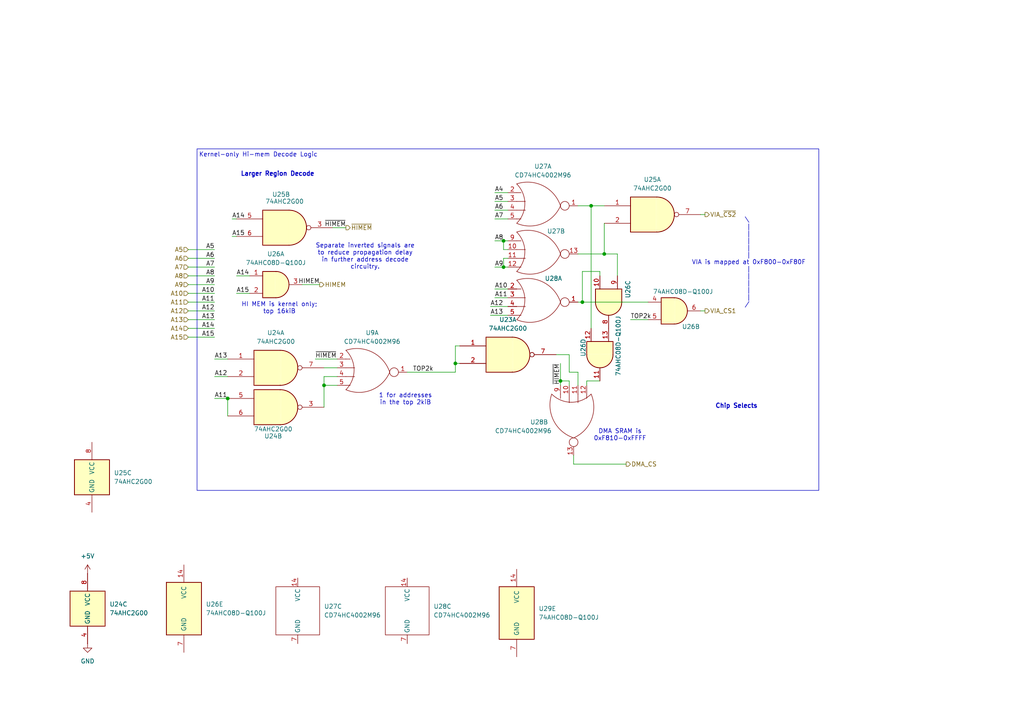
<source format=kicad_sch>
(kicad_sch (version 20250114) (generator "eeschema") (generator_version "9.0")
  (paper "A4")
  (title_block (title "65c02 Homebrew") (rev "Prelim") (company "Joseph R. Freeston") (comment 2 "https://github.com/snorklerjoe/useful6502") (comment 4 "A 65c02-based computer with peripheral i/o offloaded to a PIC16 microcontroller."))
  (lib_symbols
    (symbol "74xGxx:74AHC2G00"
      (property "Reference" "U" (at -2.54 3.81 0))
      (property "Value" "74AHC2G00" (at 0 -3.81 0))
      (symbol "74AHC2G00_1_1"
        (arc (start 0 5.08) (mid 5.0579 0) (end 0 -5.08) (stroke (width 0.254)) (fill (type background)))
        (polyline (pts (xy 0 -5.08) (xy -7.62 -5.08) (xy -7.62 5.08) (xy 0 5.08)) (stroke (width 0.254)) (fill (type background)))
        (pin input line (at -15.24 2.54 0) (length 7.62) (name "~") (number "1"))
        (pin input line (at -15.24 -2.54 0) (length 7.62) (name "~") (number "2"))
        (pin output inverted (at 12.7 0 180) (length 7.62) (name "~") (number "7"))
      )
      (symbol "74AHC2G00_2_1"
        (arc (start 0 5.08) (mid 5.0579 0) (end 0 -5.08) (stroke (width 0.254)) (fill (type background)))
        (polyline (pts (xy 0 -5.08) (xy -7.62 -5.08) (xy -7.62 5.08) (xy 0 5.08)) (stroke (width 0.254)) (fill (type background)))
        (pin input line (at -15.24 2.54 0) (length 7.62) (name "~") (number "5"))
        (pin input line (at -15.24 -2.54 0) (length 7.62) (name "~") (number "6"))
        (pin output inverted (at 12.7 0 180) (length 7.62) (name "~") (number "3"))
      )
      (symbol "74AHC2G00_3_0"
        (rectangle (start -5.08 -5.08) (end 5.08 5.08) (stroke (width 0.254)) (fill (type background)))
      )
      (symbol "74AHC2G00_3_1"
        (pin power_in line (at 0 10.16 270) (length 5.08) (name "VCC") (number "8"))
        (pin power_in line (at 0 -10.16 90) (length 5.08) (name "GND") (number "4"))
      )
    )
    (symbol "74xx:74LS08" (pin_names (offset 1.016))
      (property "Reference" "U" (at 0 1.27 0))
      (property "Value" "74LS08" (at 0 -1.27 0))
      (symbol "74LS08_1_1"
        (arc (start 0 3.81) (mid 3.7934 0) (end 0 -3.81) (stroke (width 0.254)) (fill (type background)))
        (polyline (pts (xy 0 3.81) (xy -3.81 3.81) (xy -3.81 -3.81) (xy 0 -3.81)) (stroke (width 0.254)) (fill (type background)))
        (pin input line (at -7.62 2.54 0) (length 3.81) (name "~") (number "1"))
        (pin input line (at -7.62 -2.54 0) (length 3.81) (name "~") (number "2"))
        (pin output line (at 7.62 0 180) (length 3.81) (name "~") (number "3"))
      )
      (symbol "74LS08_1_2"
        (arc (start -3.81 3.81) (mid -2.589 0) (end -3.81 -3.81) (stroke (width 0.254)))
        (polyline (pts (xy -3.81 3.81) (xy -0.635 3.81)) (stroke (width 0.254)) (fill (type background)))
        (polyline (pts (xy -3.81 -3.81) (xy -0.635 -3.81)) (stroke (width 0.254)) (fill (type background)))
        (arc (start 3.81 0) (mid 2.1855 -2.584) (end -0.6096 -3.81) (stroke (width 0.254)) (fill (type background)))
        (arc (start -0.6096 3.81) (mid 2.1928 2.5924) (end 3.81 0) (stroke (width 0.254)) (fill (type background)))
        (polyline (pts (xy -0.635 3.81) (xy -3.81 3.81) (xy -3.81 3.81) (xy -3.556 3.4036) (xy -3.0226 2.2606) (xy -2.6924 1.0414) (xy -2.6162 -0.254) (xy -2.7686 -1.4986) (xy -3.175 -2.7178) (xy -3.81 -3.81) (xy -3.81 -3.81) (xy -0.635 -3.81)) (stroke (width -25.4)) (fill (type background)))
        (pin input inverted (at -7.62 2.54 0) (length 4.318) (name "~") (number "1"))
        (pin input inverted (at -7.62 -2.54 0) (length 4.318) (name "~") (number "2"))
        (pin output inverted (at 7.62 0 180) (length 3.81) (name "~") (number "3"))
      )
      (symbol "74LS08_2_1"
        (arc (start 0 3.81) (mid 3.7934 0) (end 0 -3.81) (stroke (width 0.254)) (fill (type background)))
        (polyline (pts (xy 0 3.81) (xy -3.81 3.81) (xy -3.81 -3.81) (xy 0 -3.81)) (stroke (width 0.254)) (fill (type background)))
        (pin input line (at -7.62 2.54 0) (length 3.81) (name "~") (number "4"))
        (pin input line (at -7.62 -2.54 0) (length 3.81) (name "~") (number "5"))
        (pin output line (at 7.62 0 180) (length 3.81) (name "~") (number "6"))
      )
      (symbol "74LS08_2_2"
        (arc (start -3.81 3.81) (mid -2.589 0) (end -3.81 -3.81) (stroke (width 0.254)))
        (polyline (pts (xy -3.81 3.81) (xy -0.635 3.81)) (stroke (width 0.254)) (fill (type background)))
        (polyline (pts (xy -3.81 -3.81) (xy -0.635 -3.81)) (stroke (width 0.254)) (fill (type background)))
        (arc (start 3.81 0) (mid 2.1855 -2.584) (end -0.6096 -3.81) (stroke (width 0.254)) (fill (type background)))
        (arc (start -0.6096 3.81) (mid 2.1928 2.5924) (end 3.81 0) (stroke (width 0.254)) (fill (type background)))
        (polyline (pts (xy -0.635 3.81) (xy -3.81 3.81) (xy -3.81 3.81) (xy -3.556 3.4036) (xy -3.0226 2.2606) (xy -2.6924 1.0414) (xy -2.6162 -0.254) (xy -2.7686 -1.4986) (xy -3.175 -2.7178) (xy -3.81 -3.81) (xy -3.81 -3.81) (xy -0.635 -3.81)) (stroke (width -25.4)) (fill (type background)))
        (pin input inverted (at -7.62 2.54 0) (length 4.318) (name "~") (number "4"))
        (pin input inverted (at -7.62 -2.54 0) (length 4.318) (name "~") (number "5"))
        (pin output inverted (at 7.62 0 180) (length 3.81) (name "~") (number "6"))
      )
      (symbol "74LS08_3_1"
        (arc (start 0 3.81) (mid 3.7934 0) (end 0 -3.81) (stroke (width 0.254)) (fill (type background)))
        (polyline (pts (xy 0 3.81) (xy -3.81 3.81) (xy -3.81 -3.81) (xy 0 -3.81)) (stroke (width 0.254)) (fill (type background)))
        (pin input line (at -7.62 2.54 0) (length 3.81) (name "~") (number "9"))
        (pin input line (at -7.62 -2.54 0) (length 3.81) (name "~") (number "10"))
        (pin output line (at 7.62 0 180) (length 3.81) (name "~") (number "8"))
      )
      (symbol "74LS08_3_2"
        (arc (start -3.81 3.81) (mid -2.589 0) (end -3.81 -3.81) (stroke (width 0.254)))
        (polyline (pts (xy -3.81 3.81) (xy -0.635 3.81)) (stroke (width 0.254)) (fill (type background)))
        (polyline (pts (xy -3.81 -3.81) (xy -0.635 -3.81)) (stroke (width 0.254)) (fill (type background)))
        (arc (start 3.81 0) (mid 2.1855 -2.584) (end -0.6096 -3.81) (stroke (width 0.254)) (fill (type background)))
        (arc (start -0.6096 3.81) (mid 2.1928 2.5924) (end 3.81 0) (stroke (width 0.254)) (fill (type background)))
        (polyline (pts (xy -0.635 3.81) (xy -3.81 3.81) (xy -3.81 3.81) (xy -3.556 3.4036) (xy -3.0226 2.2606) (xy -2.6924 1.0414) (xy -2.6162 -0.254) (xy -2.7686 -1.4986) (xy -3.175 -2.7178) (xy -3.81 -3.81) (xy -3.81 -3.81) (xy -0.635 -3.81)) (stroke (width -25.4)) (fill (type background)))
        (pin input inverted (at -7.62 2.54 0) (length 4.318) (name "~") (number "9"))
        (pin input inverted (at -7.62 -2.54 0) (length 4.318) (name "~") (number "10"))
        (pin output inverted (at 7.62 0 180) (length 3.81) (name "~") (number "8"))
      )
      (symbol "74LS08_4_1"
        (arc (start 0 3.81) (mid 3.7934 0) (end 0 -3.81) (stroke (width 0.254)) (fill (type background)))
        (polyline (pts (xy 0 3.81) (xy -3.81 3.81) (xy -3.81 -3.81) (xy 0 -3.81)) (stroke (width 0.254)) (fill (type background)))
        (pin input line (at -7.62 2.54 0) (length 3.81) (name "~") (number "12"))
        (pin input line (at -7.62 -2.54 0) (length 3.81) (name "~") (number "13"))
        (pin output line (at 7.62 0 180) (length 3.81) (name "~") (number "11"))
      )
      (symbol "74LS08_4_2"
        (arc (start -3.81 3.81) (mid -2.589 0) (end -3.81 -3.81) (stroke (width 0.254)))
        (polyline (pts (xy -3.81 3.81) (xy -0.635 3.81)) (stroke (width 0.254)) (fill (type background)))
        (polyline (pts (xy -3.81 -3.81) (xy -0.635 -3.81)) (stroke (width 0.254)) (fill (type background)))
        (arc (start 3.81 0) (mid 2.1855 -2.584) (end -0.6096 -3.81) (stroke (width 0.254)) (fill (type background)))
        (arc (start -0.6096 3.81) (mid 2.1928 2.5924) (end 3.81 0) (stroke (width 0.254)) (fill (type background)))
        (polyline (pts (xy -0.635 3.81) (xy -3.81 3.81) (xy -3.81 3.81) (xy -3.556 3.4036) (xy -3.0226 2.2606) (xy -2.6924 1.0414) (xy -2.6162 -0.254) (xy -2.7686 -1.4986) (xy -3.175 -2.7178) (xy -3.81 -3.81) (xy -3.81 -3.81) (xy -0.635 -3.81)) (stroke (width -25.4)) (fill (type background)))
        (pin input inverted (at -7.62 2.54 0) (length 4.318) (name "~") (number "12"))
        (pin input inverted (at -7.62 -2.54 0) (length 4.318) (name "~") (number "13"))
        (pin output inverted (at 7.62 0 180) (length 3.81) (name "~") (number "11"))
      )
      (symbol "74LS08_5_0"
        (pin power_in line (at 0 12.7 270) (length 5.08) (name "VCC") (number "14"))
        (pin power_in line (at 0 -12.7 90) (length 5.08) (name "GND") (number "7"))
      )
      (symbol "74LS08_5_1"
        (rectangle (start -5.08 7.62) (end 5.08 -7.62) (stroke (width 0.254)) (fill (type background)))
      )
    )
    (symbol "custom:_1"
      (property "Reference" "U" (at 7.62 7.62 0))
      (property "Value" "CD74HC4002M96" (at 14.986 9.906 0))
      (symbol "_1_1_1"
        (arc (start -3.81 6.35) (mid -1.4428 0.635) (end -3.81 -5.08))
        (polyline (pts (xy -3.81 3.81) (xy -2.54 3.81)))
        (polyline (pts (xy -3.81 1.27) (xy -1.27 1.27)))
        (polyline (pts (xy -3.81 -1.27) (xy -1.27 -1.27)))
        (polyline (pts (xy -3.81 -3.81) (xy -2.54 -3.81)))
        (arc (start -3.81 6.35) (mid 3.8552 5.8053) (end 8.89 0))
        (arc (start 8.89 0) (mid 3.5921 -5.1703) (end -3.81 -5.08))
        (circle (center 10.16 0) (radius 1.27))
        (pin input line (at -6.35 3.81 0) (length 2.54) (name "") (number "2"))
        (pin input line (at -6.35 1.27 0) (length 2.54) (name "") (number "3"))
        (pin input line (at -6.35 -1.27 0) (length 2.54) (name "") (number "4"))
        (pin input line (at -6.35 -3.81 0) (length 2.54) (name "") (number "5"))
        (pin output line (at 13.97 0 180) (length 2.54) (name "") (number "1"))
      )
      (symbol "_1_1_2"
        (pin input line (at -6.35 3.81 0) (length 2.54) (name "") (number "2"))
        (pin input line (at -6.35 1.27 0) (length 2.54) (name "") (number "3"))
        (pin input line (at -6.35 -1.27 0) (length 2.54) (name "") (number "4"))
        (pin input line (at -6.35 -3.81 0) (length 2.54) (name "") (number "5"))
        (pin input line (at 13.97 0 180) (length 2.54) (name "") (number "1"))
      )
      (symbol "_1_2_1"
        (arc (start -6.35 6.35) (mid -3.9828 0.635) (end -6.35 -5.08))
        (polyline (pts (xy -6.35 3.81) (xy -5.08 3.81)))
        (polyline (pts (xy -6.35 1.27) (xy -3.81 1.27)))
        (polyline (pts (xy -6.35 -1.27) (xy -3.81 -1.27)))
        (polyline (pts (xy -6.35 -3.81) (xy -5.08 -3.81)))
        (arc (start -6.35 6.35) (mid 1.3152 5.8053) (end 6.35 0))
        (arc (start 6.35 0) (mid 1.0521 -5.1703) (end -6.35 -5.08))
        (circle (center 7.62 0) (radius 1.27))
        (pin input line (at -8.89 3.81 0) (length 2.54) (name "") (number "9"))
        (pin input line (at -8.89 1.27 0) (length 2.54) (name "") (number "10"))
        (pin input line (at -8.89 -1.27 0) (length 2.54) (name "") (number "11"))
        (pin input line (at -8.89 -3.81 0) (length 2.54) (name "") (number "12"))
        (pin output line (at 11.43 0 180) (length 2.54) (name "") (number "13"))
      )
      (symbol "_1_2_2"
        (pin input line (at -8.89 3.81 0) (length 2.54) (name "") (number "9"))
        (pin input line (at -8.89 1.27 0) (length 2.54) (name "") (number "10"))
        (pin input line (at -8.89 -1.27 0) (length 2.54) (name "") (number "11"))
        (pin input line (at -8.89 -3.81 0) (length 2.54) (name "") (number "12"))
        (pin input line (at 11.43 0 180) (length 2.54) (name "") (number "13"))
      )
      (symbol "_1_3_1"
        (rectangle (start -6.35 6.35) (end 6.35 -7.62))
        (pin power_in line (at 0 8.89 270) (length 2.54) (name "VCC") (number "14"))
        (pin power_in line (at 0 -10.16 90) (length 2.54) (name "GND") (number "7"))
      )
      (symbol "_1_3_2"
        (pin input line (at -6.35 3.81 0) (length 2.54) (name "") (number "2"))
        (pin input line (at -6.35 1.27 0) (length 2.54) (name "") (number "3"))
        (pin input line (at -6.35 -1.27 0) (length 2.54) (name "") (number "4"))
        (pin input line (at -6.35 -3.81 0) (length 2.54) (name "") (number "5"))
        (pin input line (at 13.97 0 180) (length 2.54) (name "") (number "1"))
      )
    )
    (symbol "power:+5V" (power) (pin_numbers (hide yes)) (pin_names (offset 0) (hide yes))
      (property "Value" "+5V" (at 0 3.556 0))
      (symbol "+5V_0_1"
        (polyline (pts (xy -0.762 1.27) (xy 0 2.54)))
        (polyline (pts (xy 0 2.54) (xy 0.762 1.27)))
        (polyline (pts (xy 0 0) (xy 0 2.54)))
      )
      (symbol "+5V_1_1"
        (pin power_in line (at 0 0 90) (length 0) (name "~") (number "1"))
      )
    )
    (symbol "power:GND" (power) (pin_numbers (hide yes)) (pin_names (offset 0) (hide yes))
      (property "Value" "GND" (at 0 -3.81 0))
      (symbol "GND_0_1"
        (polyline (pts (xy 0 0) (xy 0 -1.27) (xy 1.27 -1.27) (xy 0 -2.54) (xy -1.27 -1.27) (xy 0 -1.27)))
      )
      (symbol "GND_1_1"
        (pin power_in line (at 0 0 270) (length 0) (name "~") (number "1"))
      )
    )
  )
  (rectangle (start 57.15 43.18) (end 237.49 142.24))
  (text "Larger Region Decode" (at 80.518 50.546 0) (effects (font (size 1.27 1.27) (thickness 0.254) (bold yes))))
  (text "Separate inverted signals are\nto reduce propagation delay\nin further address decode\ncircuitry." (at 105.918 74.422 0) (effects (font (size 1.27 1.27) (thickness 0.1588))))
  (text "HI MEM is kernel only;\ntop 16kiB" (at 81.026 89.408 0) (effects (font (size 1.27 1.27))))
  (text "Chip Selects" (at 213.614 117.856 0) (effects (font (size 1.27 1.27) (thickness 0.254) (bold yes))))
  (text "Kernel-only Hi-mem Decode Logic" (at 74.93 44.958 0) (effects (font (size 1.27 1.27))))
  (text "\\ \n|\n|\n|\n|\n|\nVIA is mapped at 0xF800-0xF80F\n|\n|\n|\n|\n|\n/ " (at 217.17 76.2 0) (effects (font (size 1.27 1.27))))
  (text "1 for addresses\nin the top 2kiB" (at 117.602 115.824 0) (effects (font (size 1.27 1.27))))
  (text "DMA SRAM is\n0xF810-0xFFFF" (at 179.832 126.238 0) (effects (font (size 1.27 1.27) (thickness 0.1588))))
  (junction (at 146.05 69.85))
  (junction (at 146.05 77.47))
  (junction (at 175.26 73.66))
  (junction (at 93.98 111.76))
  (junction (at 168.91 87.63))
  (junction (at 66.04 115.57))
  (junction (at 162.56 110.49))
  (junction (at 171.45 59.69))
  (junction (at 132.08 105.41))
  (wire (pts (xy 92.71 82.55) (xy 87.63 82.55)))
  (wire (pts (xy 167.64 73.66) (xy 175.26 73.66)))
  (wire (pts (xy 161.29 102.87) (xy 165.1 102.87)))
  (wire (pts (xy 162.56 110.49) (xy 162.56 111.76)))
  (wire (pts (xy 165.1 111.76) (xy 165.1 110.49)))
  (wire (pts (xy 118.11 107.95) (xy 132.08 107.95)))
  (wire (pts (xy 142.24 91.44) (xy 147.32 91.44)))
  (wire (pts (xy 173.99 80.01) (xy 173.99 78.74)))
  (wire (pts (xy 132.08 100.33) (xy 133.35 100.33)))
  (wire (pts (xy 62.23 115.57) (xy 66.04 115.57)))
  (wire (pts (xy 182.88 92.71) (xy 187.96 92.71)))
  (wire (pts (xy 62.23 109.22) (xy 66.04 109.22)))
  (wire (pts (xy 173.99 110.49) (xy 170.18 110.49)))
  (wire (pts (xy 68.58 85.09) (xy 72.39 85.09)))
  (wire (pts (xy 93.98 118.11) (xy 93.98 111.76)))
  (wire (pts (xy 132.08 100.33) (xy 132.08 105.41)))
  (wire (pts (xy 54.61 97.79) (xy 62.23 97.79)))
  (wire (pts (xy 143.51 58.42) (xy 147.32 58.42)))
  (wire (pts (xy 171.45 59.69) (xy 171.45 95.25)))
  (wire (pts (xy 143.51 60.96) (xy 147.32 60.96)))
  (wire (pts (xy 100.33 66.04) (xy 96.52 66.04)))
  (wire (pts (xy 173.99 78.74) (xy 168.91 78.74)))
  (wire (pts (xy 167.64 87.63) (xy 168.91 87.63)))
  (wire (pts (xy 143.51 55.88) (xy 147.32 55.88)))
  (wire (pts (xy 146.05 69.85) (xy 147.32 69.85)))
  (wire (pts (xy 170.18 110.49) (xy 170.18 111.76)))
  (wire (pts (xy 165.1 107.95) (xy 165.1 102.87)))
  (wire (pts (xy 167.64 107.95) (xy 165.1 107.95)))
  (wire (pts (xy 162.56 105.41) (xy 162.56 110.49)))
  (wire (pts (xy 62.23 104.14) (xy 66.04 104.14)))
  (wire (pts (xy 54.61 82.55) (xy 62.23 82.55)))
  (wire (pts (xy 54.61 80.01) (xy 62.23 80.01)))
  (wire (pts (xy 54.61 92.71) (xy 62.23 92.71)))
  (wire (pts (xy 93.98 109.22) (xy 97.79 109.22)))
  (wire (pts (xy 166.37 134.62) (xy 181.61 134.62)))
  (wire (pts (xy 146.05 77.47) (xy 147.32 77.47)))
  (wire (pts (xy 179.07 73.66) (xy 179.07 80.01)))
  (wire (pts (xy 66.04 115.57) (xy 66.04 120.65)))
  (wire (pts (xy 67.31 63.5) (xy 68.58 63.5)))
  (wire (pts (xy 93.98 111.76) (xy 97.79 111.76)))
  (wire (pts (xy 54.61 90.17) (xy 62.23 90.17)))
  (wire (pts (xy 143.51 86.36) (xy 147.32 86.36)))
  (wire (pts (xy 171.45 59.69) (xy 175.26 59.69)))
  (wire (pts (xy 142.24 88.9) (xy 147.32 88.9)))
  (wire (pts (xy 143.51 83.82) (xy 147.32 83.82)))
  (wire (pts (xy 143.51 77.47) (xy 146.05 77.47)))
  (wire (pts (xy 147.32 72.39) (xy 146.05 72.39)))
  (wire (pts (xy 68.58 80.01) (xy 72.39 80.01)))
  (wire (pts (xy 146.05 74.93) (xy 146.05 77.47)))
  (wire (pts (xy 54.61 77.47) (xy 62.23 77.47)))
  (wire (pts (xy 97.79 106.68) (xy 93.98 106.68)))
  (wire (pts (xy 67.31 68.58) (xy 68.58 68.58)))
  (wire (pts (xy 132.08 105.41) (xy 132.08 107.95)))
  (wire (pts (xy 54.61 74.93) (xy 62.23 74.93)))
  (wire (pts (xy 167.64 59.69) (xy 171.45 59.69)))
  (wire (pts (xy 175.26 64.77) (xy 175.26 73.66)))
  (wire (pts (xy 91.44 104.14) (xy 97.79 104.14)))
  (wire (pts (xy 147.32 74.93) (xy 146.05 74.93)))
  (wire (pts (xy 166.37 132.08) (xy 166.37 134.62)))
  (wire (pts (xy 143.51 63.5) (xy 147.32 63.5)))
  (wire (pts (xy 179.07 73.66) (xy 175.26 73.66)))
  (wire (pts (xy 54.61 72.39) (xy 62.23 72.39)))
  (wire (pts (xy 54.61 87.63) (xy 62.23 87.63)))
  (wire (pts (xy 203.2 62.23) (xy 204.47 62.23)))
  (wire (pts (xy 167.64 111.76) (xy 167.64 107.95)))
  (wire (pts (xy 93.98 111.76) (xy 93.98 109.22)))
  (wire (pts (xy 54.61 95.25) (xy 62.23 95.25)))
  (wire (pts (xy 54.61 85.09) (xy 62.23 85.09)))
  (wire (pts (xy 133.35 105.41) (xy 132.08 105.41)))
  (wire (pts (xy 143.51 69.85) (xy 146.05 69.85)))
  (wire (pts (xy 146.05 72.39) (xy 146.05 69.85)))
  (wire (pts (xy 165.1 110.49) (xy 162.56 110.49)))
  (wire (pts (xy 168.91 78.74) (xy 168.91 87.63)))
  (wire (pts (xy 168.91 87.63) (xy 187.96 87.63)))
  (wire (pts (xy 203.2 90.17) (xy 204.47 90.17)))
  (label "HIMEM" (at 92.71 82.55 180))
  (label "~{HIMEM}" (at 100.33 66.04 180))
  (label "A7" (at 143.51 63.5 0))
  (label "A12" (at 142.24 88.9 0))
  (label "A9" (at 143.51 77.47 0))
  (label "A12" (at 62.23 109.22 0))
  (label "A13" (at 142.24 91.44 0))
  (label "A14" (at 62.23 95.25 180))
  (label "A9" (at 62.23 82.55 180))
  (label "TOP2k" (at 182.88 92.71 0))
  (label "A11" (at 62.23 115.57 0))
  (label "A13" (at 62.23 92.71 180))
  (label "A5" (at 143.51 58.42 0))
  (label "A6" (at 62.23 74.93 180))
  (label "A13" (at 62.23 104.14 0))
  (label "A8" (at 62.23 80.01 180))
  (label "A7" (at 62.23 77.47 180))
  (label "TOP2k" (at 125.73 107.95 180))
  (label "A6" (at 143.51 60.96 0))
  (label "A11" (at 143.51 86.36 0))
  (label "A5" (at 62.23 72.39 180))
  (label "A11" (at 62.23 87.63 180))
  (label "~{HIMEM}" (at 91.44 104.14 0))
  (label "A10" (at 143.51 83.82 0))
  (label "A15" (at 68.58 85.09 0))
  (label "A10" (at 62.23 85.09 180))
  (label "~{HIMEM}" (at 162.56 105.41 270))
  (label "A8" (at 143.51 69.85 0))
  (label "A14" (at 68.58 80.01 0))
  (label "A4" (at 143.51 55.88 0))
  (label "A15" (at 62.23 97.79 180))
  (label "A12" (at 62.23 90.17 180))
  (label "A15" (at 67.31 68.58 0))
  (label "A14" (at 67.31 63.5 0))
  (hierarchical_label "A11" (shape input) (at 54.61 87.63 180))
  (hierarchical_label "VIA_CS1" (shape output) (at 204.47 90.17 0))
  (hierarchical_label "A5" (shape input) (at 54.61 72.39 180))
  (hierarchical_label "A6" (shape input) (at 54.61 74.93 180))
  (hierarchical_label "VIA_~{CS2}" (shape output) (at 204.47 62.23 0))
  (hierarchical_label "A15" (shape input) (at 54.61 97.79 180))
  (hierarchical_label "A8" (shape input) (at 54.61 80.01 180))
  (hierarchical_label "A12" (shape input) (at 54.61 90.17 180))
  (hierarchical_label "A10" (shape input) (at 54.61 85.09 180))
  (hierarchical_label "A14" (shape input) (at 54.61 95.25 180))
  (hierarchical_label "A7" (shape input) (at 54.61 77.47 180))
  (hierarchical_label "A9" (shape input) (at 54.61 82.55 180))
  (hierarchical_label "DMA_CS" (shape output) (at 181.61 134.62 0))
  (hierarchical_label "~{HIMEM}" (shape output) (at 100.33 66.04 0))
  (hierarchical_label "HIMEM" (shape output) (at 92.71 82.55 0))
  (hierarchical_label "A13" (shape input) (at 54.61 92.71 180))
  (symbol (lib_id "74xx:74LS08") (at 149.86 177.8 0) (unit 5)
    (property "Reference" "U29" (at 156.21 176.5299 0) (effects (justify left)))
    (property "Value" "74AHC08D-Q100J" (at 156.21 179.0699 0) (effects (justify left)))
    (property "Footprint" "Package_SO:SOIC-14_3.9x8.7mm_P1.27mm" (effects (hide yes)))
    (property "Datasheet" "https://assets.nexperia.com/documents/data-sheet/74AHC_AHCT08_Q100.pdf" (effects (hide yes)))
    (property "Description" "Quad And2" (effects (hide yes)))
    (property "t_pd (ns)" "5.9" (effects (hide yes)))
  )
  (symbol (lib_id "74xGxx:74AHC2G00") (at 81.28 118.11 0) (unit 2)
    (property "Reference" "U24" (at 79.248 126.492 0))
    (property "Value" "74AHC2G00" (at 79.248 124.46 0))
    (property "Datasheet" "https://assets.nexperia.com/documents/data-sheet/74AHC_AHCT2G00.pdf" (effects (hide yes)))
    (property "Description" "Dual NAND Gate, High-speed Si-gate CMOS" (effects (hide yes)))
  )
  (symbol (lib_id "74xx:74LS08") (at 195.58 90.17 0) (unit 2)
    (property "Reference" "U26" (at 200.406 94.742 0))
    (property "Value" "74AHC08D-Q100J" (at 198.12 84.582 0))
    (property "Footprint" "Package_SO:SOIC-14_3.9x8.7mm_P1.27mm" (effects (hide yes)))
    (property "Datasheet" "https://assets.nexperia.com/documents/data-sheet/74AHC_AHCT08_Q100.pdf" (effects (hide yes)))
    (property "Description" "Quad And2" (effects (hide yes)))
    (property "t_pd (ns)" "5.9" (effects (hide yes)))
  )
  (symbol (lib_id "74xx:74LS08") (at 176.53 87.63 270) (unit 3)
    (property "Reference" "U26" (at 182.118 81.28 0) (effects (justify left)))
    (property "Value" "74AHC08D-Q100J" (effects (hide yes)))
    (property "Footprint" "Package_SO:SOIC-14_3.9x8.7mm_P1.27mm" (effects (hide yes)))
    (property "Datasheet" "https://assets.nexperia.com/documents/data-sheet/74AHC_AHCT08_Q100.pdf" (effects (hide yes)))
    (property "Description" "Quad And2" (effects (hide yes)))
    (property "t_pd (ns)" "5.9" (effects (hide yes)))
  )
  (symbol (lib_id "74xGxx:74AHC2G00") (at 148.59 102.87 0) (unit 1)
    (property "Reference" "U23" (at 147.3089 92.71 0))
    (property "Value" "74AHC2G00" (at 147.3089 95.25 0))
    (property "Datasheet" "https://assets.nexperia.com/documents/data-sheet/74AHC_AHCT2G00.pdf" (effects (hide yes)))
    (property "Description" "Dual NAND Gate, High-speed Si-gate CMOS" (effects (hide yes)))
  )
  (symbol (lib_id "74xGxx:74AHC2G00") (at 83.82 66.04 0) (unit 2)
    (property "Reference" "U25" (at 81.534 56.388 0))
    (property "Value" "74AHC2G00" (at 82.5389 58.42 0))
    (property "Datasheet" "https://assets.nexperia.com/documents/data-sheet/74AHC_AHCT2G00.pdf" (effects (hide yes)))
    (property "Description" "Dual NAND Gate, High-speed Si-gate CMOS" (effects (hide yes)))
  )
  (symbol (lib_id "74xGxx:74AHC2G00") (at 81.28 106.68 0) (unit 1)
    (property "Reference" "U24" (at 79.9989 96.52 0))
    (property "Value" "74AHC2G00" (at 79.9989 99.06 0))
    (property "Datasheet" "https://assets.nexperia.com/documents/data-sheet/74AHC_AHCT2G00.pdf" (effects (hide yes)))
    (property "Description" "Dual NAND Gate, High-speed Si-gate CMOS" (effects (hide yes)))
  )
  (symbol (lib_id "74xGxx:74AHC2G00") (at 25.4 176.53 0) (unit 3)
    (property "Reference" "U24" (at 31.75 175.2599 0) (effects (justify left)))
    (property "Value" "74AHC2G00" (at 31.75 177.7999 0) (effects (justify left)))
    (property "Datasheet" "https://assets.nexperia.com/documents/data-sheet/74AHC_AHCT2G00.pdf" (effects (hide yes)))
    (property "Description" "Dual NAND Gate, High-speed Si-gate CMOS" (effects (hide yes)))
  )
  (symbol (lib_id "power:+5V") (at 25.4 166.37 0) (unit 1)
    (property "Reference" "#PWR0109" (effects (hide yes)))
    (property "Value" "+5V" (at 25.4 161.29 0))
    (property "Description" "Power symbol creates a global label with name \"+5V\"" (effects (hide yes)))
  )
  (symbol (lib_id "74xx:74LS08") (at 53.34 176.53 0) (unit 5)
    (property "Reference" "U26" (at 59.69 175.2599 0) (effects (justify left)))
    (property "Value" "74AHC08D-Q100J" (at 59.69 177.7999 0) (effects (justify left)))
    (property "Footprint" "Package_SO:SOIC-14_3.9x8.7mm_P1.27mm" (effects (hide yes)))
    (property "Datasheet" "https://assets.nexperia.com/documents/data-sheet/74AHC_AHCT08_Q100.pdf" (effects (hide yes)))
    (property "Description" "Quad And2" (effects (hide yes)))
    (property "t_pd (ns)" "5.9" (effects (hide yes)))
  )
  (symbol (lib_id "custom:_1") (at 153.67 87.63 0) (unit 1)
    (property "Reference" "U28" (at 160.528 80.772 0))
    (property "Value" "CD74HC4002M96" (effects (hide yes)))
    (property "Footprint" "Package_SO:SOIC-14_3.9x8.7mm_P1.27mm" (effects (hide yes)))
    (property "Datasheet" "https://www.ti.com/lit/ds/symlink/cd54hc4002.pdf" (effects (hide yes)))
    (property "t_pd (ns)" "8" (effects (hide yes)))
  )
  (symbol (lib_id "custom:_1") (at 153.67 59.69 0) (unit 1)
    (property "Reference" "U27" (at 157.48 48.26 0))
    (property "Value" "CD74HC4002M96" (at 157.48 50.8 0))
    (property "Footprint" "Package_SO:SOIC-14_3.9x8.7mm_P1.27mm" (effects (hide yes)))
    (property "Datasheet" "https://www.ti.com/lit/ds/symlink/cd54hc4002.pdf" (effects (hide yes)))
    (property "t_pd (ns)" "8" (effects (hide yes)))
  )
  (symbol (lib_id "custom:_1") (at 86.36 176.53 0) (unit 3)
    (property "Reference" "U27" (at 93.98 175.8949 0) (effects (justify left)))
    (property "Value" "CD74HC4002M96" (at 93.98 178.4349 0) (effects (justify left)))
    (property "Footprint" "Package_SO:SOIC-14_3.9x8.7mm_P1.27mm" (effects (hide yes)))
    (property "Datasheet" "https://www.ti.com/lit/ds/symlink/cd54hc4002.pdf" (effects (hide yes)))
    (property "t_pd (ns)" "8" (effects (hide yes)))
  )
  (symbol (lib_id "custom:_1") (at 104.14 107.95 0) (unit 1)
    (property "Reference" "U9" (at 107.95 96.52 0))
    (property "Value" "CD74HC4002M96" (at 107.95 99.06 0))
    (property "Footprint" "Package_SO:SOIC-14_3.9x8.7mm_P1.27mm" (effects (hide yes)))
    (property "Datasheet" "https://www.ti.com/lit/ds/symlink/cd54hc4002.pdf" (effects (hide yes)))
    (property "t_pd (ns)" "8" (effects (hide yes)))
  )
  (symbol (lib_id "custom:_1") (at 156.21 73.66 0) (unit 2)
    (property "Reference" "U27" (at 161.29 67.056 0))
    (property "Value" "CD74HC4002M96" (effects (hide yes)))
    (property "Footprint" "Package_SO:SOIC-14_3.9x8.7mm_P1.27mm" (effects (hide yes)))
    (property "Datasheet" "https://www.ti.com/lit/ds/symlink/cd54hc4002.pdf" (effects (hide yes)))
    (property "t_pd (ns)" "8" (effects (hide yes)))
  )
  (symbol (lib_id "custom:_1") (at 118.11 176.53 0) (unit 3)
    (property "Reference" "U28" (at 125.73 175.8949 0) (effects (justify left)))
    (property "Value" "CD74HC4002M96" (at 125.73 178.4349 0) (effects (justify left)))
    (property "Footprint" "Package_SO:SOIC-14_3.9x8.7mm_P1.27mm" (effects (hide yes)))
    (property "Datasheet" "https://www.ti.com/lit/ds/symlink/cd54hc4002.pdf" (effects (hide yes)))
    (property "t_pd (ns)" "8" (effects (hide yes)))
  )
  (symbol (lib_id "74xx:74LS08") (at 173.99 102.87 90) (mirror x) (unit 4)
    (property "Reference" "U26" (at 169.164 100.838 0))
    (property "Value" "74AHC08D-Q100J" (at 179.324 100.33 0))
    (property "Footprint" "Package_SO:SOIC-14_3.9x8.7mm_P1.27mm" (effects (hide yes)))
    (property "Datasheet" "https://assets.nexperia.com/documents/data-sheet/74AHC_AHCT08_Q100.pdf" (effects (hide yes)))
    (property "Description" "Quad And2" (effects (hide yes)))
    (property "t_pd (ns)" "5.9" (effects (hide yes)))
  )
  (symbol (lib_id "74xGxx:74AHC2G00") (at 190.5 62.23 0) (unit 1)
    (property "Reference" "U25" (at 189.2189 52.07 0))
    (property "Value" "74AHC2G00" (at 189.2189 54.61 0))
    (property "Datasheet" "https://assets.nexperia.com/documents/data-sheet/74AHC_AHCT2G00.pdf" (effects (hide yes)))
    (property "Description" "Dual NAND Gate, High-speed Si-gate CMOS" (effects (hide yes)))
  )
  (symbol (lib_id "74xGxx:74AHC2G00") (at 26.67 138.43 0) (unit 3)
    (property "Reference" "U25" (at 33.02 137.1599 0) (effects (justify left)))
    (property "Value" "74AHC2G00" (at 33.02 139.6999 0) (effects (justify left)))
    (property "Datasheet" "https://assets.nexperia.com/documents/data-sheet/74AHC_AHCT2G00.pdf" (effects (hide yes)))
    (property "Description" "Dual NAND Gate, High-speed Si-gate CMOS" (effects (hide yes)))
  )
  (symbol (lib_id "74xx:74LS08") (at 80.01 82.55 0) (unit 1)
    (property "Reference" "U26" (at 80.0017 73.66 0))
    (property "Value" "74AHC08D-Q100J" (at 80.0017 76.2 0))
    (property "Footprint" "Package_SO:SOIC-14_3.9x8.7mm_P1.27mm" (effects (hide yes)))
    (property "Datasheet" "https://assets.nexperia.com/documents/data-sheet/74AHC_AHCT08_Q100.pdf" (effects (hide yes)))
    (property "Description" "Quad And2" (effects (hide yes)))
    (property "t_pd (ns)" "5.9" (effects (hide yes)))
  )
  (symbol (lib_id "custom:_1") (at 166.37 120.65 90) (mirror x) (unit 2)
    (property "Reference" "U28" (at 159.004 122.428 90) (effects (justify left)))
    (property "Value" "CD74HC4002M96" (at 160.02 124.968 90) (effects (justify left)))
    (property "Footprint" "Package_SO:SOIC-14_3.9x8.7mm_P1.27mm" (effects (hide yes)))
    (property "Datasheet" "https://www.ti.com/lit/ds/symlink/cd54hc4002.pdf" (effects (hide yes)))
    (property "t_pd (ns)" "8" (effects (hide yes)))
  )
  (symbol (lib_id "power:GND") (at 25.4 186.69 0) (unit 1)
    (property "Reference" "#PWR0110" (effects (hide yes)))
    (property "Value" "GND" (at 25.4 191.77 0))
    (property "Description" "Power symbol creates a global label with name \"GND\" , ground" (effects (hide yes)))
  )
)
</source>
